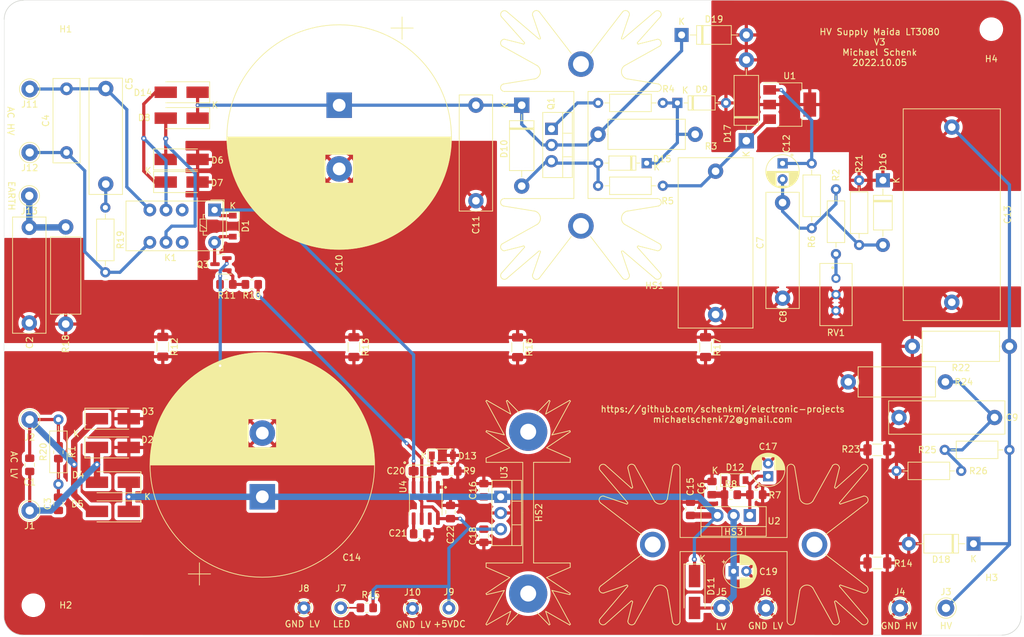
<source format=kicad_pcb>
(kicad_pcb (version 20240108) (generator "pcbnew") (generator_version "8.0")
  (layers (0 "F.Cu" signal) (31 "B.Cu" signal) (34 "B.Paste" user) (35 "F.Paste" user) (36 "B.SilkS" user "B.Silkscreen") (37 "F.SilkS" user "F.Silkscreen") (38 "B.Mask" user) (39 "F.Mask" user) (44 "Edge.Cuts" user))
  (net 0 "")
  (net 1 "Net-(D2-K)")
  (net 2 "GND_HV")
  (net 3 "Net-(D3-K)")
  (net 4 "Net-(C3-Pad2)")
  (net 5 "Net-(J13-Pin_1)")
  (net 6 "GND_LV")
  (net 7 "Net-(J11-Pin_1)")
  (net 8 "Net-(J12-Pin_1)")
  (net 9 "Net-(D11-A)")
  (net 10 "Net-(D17-A1)")
  (net 11 "Net-(D16-A)")
  (net 12 "Net-(D10-A1)")
  (net 13 "Net-(U1-SET)")
  (net 14 "Net-(D11-K)")
  (net 15 "Net-(D12-A)")
  (net 16 "Net-(D13-K)")
  (net 18 "Net-(U4-CV)")
  (net 19 "Net-(D6-K)")
  (net 20 "Net-(C5-Pad1)")
  (net 21 "+5VDC")
  (net 22 "RELCTRL")
  (net 23 "Net-(D14-A)")
  (net 25 "Net-(C9-Pad2)")
  (net 26 "Net-(D15-K)")
  (net 27 "Net-(D10-A2)")
  (net 28 "Net-(J7-Pin_1)")
  (net 29 "Net-(Q1-G)")
  (net 30 "Net-(Q3-B)")
  (net 31 "Net-(U4-Q)")
  (net 33 "/HVOUT")
  (net 34 "Net-(R2-Pad1)")
  (footprint "Capacitor_THT:CP_Radial_D35.0mm_P10.00mm_SnapIn" (layer "F.Cu") (at 102.87 69.342 -90)
    (property "Reference" "C10")
    (property "Value" "680uF/450VDC")
  )
  (footprint "Capacitor_THT:C_Rect_L18.0mm_W5.0mm_P15.00mm_FKS3_FKP3" (layer "F.Cu") (at 124.333 69.342 -90)
    (property "Reference" "C11")
    (property "Value" "100nF/630V")
  )
  (footprint "MountingHole:MountingHole_3.2mm_M3" (layer "F.Cu") (at 54.864 57.404)
    (property "Reference" "H1")
    (property "Value" "MountingHole")
  )
  (footprint "MountingHole:MountingHole_3.2mm_M3" (layer "F.Cu") (at 54.864 147.828)
    (property "Reference" "H2")
    (property "Value" "MountingHole")
  )
  (footprint "MountingHole:MountingHole_3.2mm_M3" (layer "F.Cu") (at 205.232 147.828)
    (property "Reference" "H3")
    (property "Value" "MountingHole")
  )
  (footprint "Connector_Pin:Pin_D1.3mm_L11.0mm" (layer "F.Cu") (at 198.12 148.2725)
    (property "Reference" "J3")
    (property "Value" "HV")
  )
  (footprint "Capacitor_THT:CP_Radial_D5.0mm_P2.00mm" (layer "F.Cu") (at 164.7825 142.494)
    (property "Reference" "C19")
    (property "Value" "1uF/25V")
  )
  (footprint "Capacitor_Tantalum_SMD:CP_EIA-3216-12_Kemet-S_Pad1.58x1.35mm_HandSolder" (layer "F.Cu") (at 115.9867 126.7714)
    (property "Reference" "C20")
    (property "Value" "15uF/10V")
  )
  (footprint "Diode_SMD:D_SOD-123" (layer "F.Cu") (at 119.0752 124.3076)
    (property "Reference" "D13")
    (property "Value" "1N4148W")
  )
  (footprint "Heatsink:Heatsink_Fischer_SK129-STS_42x25mm_2xDrill2.5mm" (layer "F.Cu") (at 164.7825 138.303)
    (property "Reference" "HS3")
    (property "Value" "Heatsink")
  )
  (footprint "Connector_Pin:Pin_D1.3mm_L11.0mm" (layer "F.Cu") (at 162.8775 148.2725)
    (property "Reference" "J5")
    (property "Value" "LV")
  )
  (footprint "Connector_Pin:Pin_D1.3mm_L11.0mm" (layer "F.Cu") (at 169.8498 148.2725)
    (property "Reference" "J6")
    (property "Value" "GND_LV")
  )
  (footprint "Package_TO_SOT_SMD:SOT-23" (layer "F.Cu") (at 84.312 94.2975 180)
    (property "Reference" "Q3")
    (property "Value" "MMBT3904")
  )
  (footprint "Resistor_SMD:R_0805_2012Metric_Pad1.20x1.40mm_HandSolder" (layer "F.Cu") (at 120.4816 126.7714)
    (property "Reference" "R9")
    (property "Value" "1Meg")
  )
  (footprint "Resistor_SMD:R_0805_2012Metric_Pad1.20x1.40mm_HandSolder" (layer "F.Cu") (at 89.154 97.4725)
    (property "Reference" "R10")
    (property "Value" "2.49k")
  )
  (footprint "Resistor_SMD:R_0805_2012Metric_Pad1.20x1.40mm_HandSolder" (layer "F.Cu") (at 85.1695 97.4725 180)
    (property "Reference" "R11")
    (property "Value" "2.49k")
  )
  (footprint "Resistor_SMD:R_1206_3216Metric_Pad1.30x1.75mm_HandSolder" (layer "F.Cu") (at 75.184 107.2636 -90)
    (property "Reference" "R12")
    (property "Value" "0R")
  )
  (footprint "Resistor_SMD:R_1206_3216Metric_Pad1.30x1.75mm_HandSolder" (layer "F.Cu") (at 105.1814 107.3144 -90)
    (property "Reference" "R13")
    (property "Value" "0R")
  )
  (footprint "Resistor_SMD:R_1206_3216Metric_Pad1.30x1.75mm_HandSolder" (layer "F.Cu") (at 187.351 141.192427 180)
    (property "Reference" "R14")
    (property "Value" "0R")
  )
  (footprint "Package_TO_SOT_THT:TO-220-3_Vertical" (layer "F.Cu") (at 128.2192 130.81 -90)
    (property "Reference" "U3")
    (property "Value" "LM7805_TO220")
  )
  (footprint "Package_SO:SOIC-8_3.9x4.9mm_P1.27mm" (layer "F.Cu") (at 116.459 131.764 -90)
    (property "Reference" "U4")
    (property "Value" "TLC555xD")
  )
  (footprint "Resistor_SMD:R_1206_3216Metric_Pad1.30x1.75mm_HandSolder" (layer "F.Cu") (at 130.8735 107.3404 -90)
    (property "Reference" "R16")
    (property "Value" "0R")
  )
  (footprint "Resistor_SMD:R_1206_3216Metric_Pad1.30x1.75mm_HandSolder" (layer "F.Cu") (at 160.3756 107.3156 -90)
    (property "Reference" "R17")
    (property "Value" "0R")
  )
  (footprint "Connector_Pin:Pin_D1.3mm_L11.0mm" (layer "F.Cu") (at 190.881 148.2725)
    (property "Reference" "J4")
    (property "Value" "GND_HV")
  )
  (footprint "Connector_Pin:Pin_D1.0mm_L10.0mm" (layer "F.Cu") (at 103.124 148.2344)
    (property "Reference" "J7")
    (property "Value" "LED")
  )
  (footprint "Connector_Pin:Pin_D1.0mm_L10.0mm" (layer "F.Cu") (at 97.3328 148.2344)
    (property "Reference" "J8")
    (property "Value" "GND_LV")
  )
  (footprint "Connector_Pin:Pin_D1.0mm_L10.0mm" (layer "F.Cu") (at 120.0912 148.2852)
    (property "Reference" "J9")
    (property "Value" "+5V")
  )
  (footprint "Connector_Pin:Pin_D1.0mm_L10.0mm" (layer "F.Cu") (at 114.3762 148.336)
    (property "Reference" "J10")
    (property "Value" "GND_LV")
  )
  (footprint "Resistor_SMD:R_0805_2012Metric_Pad1.20x1.40mm_HandSolder" (layer "F.Cu") (at 107.204 148.2344)
    (property "Reference" "R15")
    (property "Value" "330R")
  )
  (footprint "Capacitor_SMD:C_0805_2012Metric_Pad1.18x1.45mm_HandSolder" (layer "F.Cu") (at 125.5776 129.7725 90)
    (property "Reference" "C16")
    (property "Value" "330nF/50V")
  )
  (footprint "Capacitor_SMD:C_0805_2012Metric_Pad1.18x1.45mm_HandSolder" (layer "F.Cu") (at 125.5776 136.9275 -90)
    (property "Reference" "C18")
    (property "Value" "100nF/50V")
  )
  (footprint "Capacitor_SMD:C_0805_2012Metric_Pad1.18x1.45mm_HandSolder" (layer "F.Cu") (at 115.5915 136.6266)
    (property "Reference" "C21")
    (property "Value" "100nF/50V")
  )
  (footprint "Capacitor_SMD:C_0805_2012Metric_Pad1.18x1.45mm_HandSolder" (layer "F.Cu") (at 120.3452 133.2015 90)
    (property "Reference" "C22")
    (property "Value" "100nF/50V")
  )
  (footprint "MountingHole:MountingHole_3.2mm_M3" (layer "F.Cu") (at 205.232 57.404)
    (property "Reference" "H4")
    (property "Value" "MountingHole")
  )
  (footprint "Capacitor_THT:CP_Radial_D5.0mm_P2.00mm" (layer "F.Cu") (at 170.2054 127.5842 90)
    (property "Reference" "C17")
    (property "Value" "10uF/25V")
  )
  (footprint "Diode_SMD:D_SOD-123" (layer "F.Cu") (at 164.9974 128.1938)
    (property "Reference" "D12")
    (property "Value" "1N4148W")
  )
  (footprint "Diode_SMD:D_SMA_Handsoldering" (layer "F.Cu") (at 158.6484 145.7598 -90)
    (property "Reference" "D11")
    (property "Value" "1N4007")
  )
  (footprint "Package_TO_SOT_THT:TO-220-3_Vertical" (layer "F.Cu") (at 167.3225 133.731 180)
    (property "Reference" "U2")
    (property "Value" "LM317_TO-220")
  )
  (footprint "Resistor_SMD:R_0805_2012Metric_Pad1.20x1.40mm_HandSolder" (layer "F.Cu") (at 164.354 130.4798)
    (property "Reference" "R8")
    (property "Value" "240R")
  )
  (footprint "Resistor_SMD:R_0805_2012Metric_Pad1.20x1.40mm_HandSolder" (layer "F.Cu") (at 168.3352 130.4798)
    (property "Reference" "R7")
    (property "Value" "976R")
  )
  (footprint "Capacitor_SMD:C_0805_2012Metric_Pad1.18x1.45mm_HandSolder" (layer "F.Cu") (at 158.0134 132.6935 90)
    (property "Reference" "C15")
    (property "Value" "100nF/50V")
  )
  (footprint "Package_TO_SOT_THT:TO-220-3_Vertical" (layer "F.Cu") (at 136.1948 73.0504 -90)
    (property "Reference" "Q1")
    (property "Value" "FQPF2N70")
  )
  (footprint "Capacitor_THT:CP_Radial_D35.0mm_P10.00mm_SnapIn" (layer "F.Cu") (at 90.805 130.81 90)
    (property "Reference" "C14")
    (property "Value" "22000uF/25VDC")
  )
  (footprint "Capacitor_SMD:C_0805_2012Metric_Pad1.18x1.45mm_HandSolder" (layer "F.Cu") (at 54.2925 125.7935 90)
    (property "Reference" "C1")
    (property "Value" "Cx/10nF/50V")
  )
  (footprint "Capacitor_THT:C_Rect_L18.0mm_W5.0mm_P15.00mm_FKS3_FKP3" (layer "F.Cu") (at 54.229 88.519 -90)
    (property "Reference" "C2")
    (property "Value" "2.2nF 2kV")
  )
  (footprint "Capacitor_SMD:C_0805_2012Metric_Pad1.18x1.45mm_HandSolder" (layer "F.Cu") (at 58.801 131.911 90)
    (property "Reference" "C3")
    (property "Value" "Cs/50V")
  )
  (footprint "Capacitor_THT:C_Rect_L13.0mm_W4.0mm_P10.00mm_FKS3_FKP3_MKS4" (layer "F.Cu") (at 60.071 76.7715 90)
    (property "Reference" "C4")
    (property "Value" "Cx/10nF/630V")
  )
  (footprint "Capacitor_THT:C_Rect_L18.0mm_W5.0mm_P15.00mm_FKS3_FKP3" (layer "F.Cu") (at 66.2305 81.7245 90)
    (property "Reference" "C5")
    (property "Value" "Cs/630V")
  )
  (footprint "Capacitor_SMD:C_0805_2012Metric_Pad1.18x1.45mm_HandSolder" (layer "F.Cu") (at 161.3916 129.4423 90)
    (property "Reference" "C6")
    (property "Value" "100nF/50V")
  )
  (footprint "Diode_SMD:D_SOD-123" (layer "F.Cu") (at 86.1695 88.3275 -90)
    (property "Reference" "D1")
    (property "Value" "1N4148W")
  )
  (footprint "Diode_SMD:D_SMA_Handsoldering" (layer "F.Cu") (at 67.35 123.063)
    (property "Reference" "D2")
    (property "Value" "BYG22B-E3")
  )
  (footprint "Diode_SMD:D_SMA_Handsoldering" (layer "F.Cu") (at 67.35 118.5545)
    (property "Reference" "D3")
    (property "Value" "BYG22B-E3")
  )
  (footprint "Diode_SMD:D_SMA_Handsoldering" (layer "F.Cu") (at 67.35 128.524 180)
    (property "Reference" "D4")
    (property "Value" "BYG22B-E3")
  )
  (footprint "Diode_SMD:D_SMA_Handsoldering" (layer "F.Cu") (at 67.35 133.096 180)
    (property "Reference" "D5")
    (property "Value" "BYG22B-E3")
  )
  (footprint "Diode_SMD:D_SMA_Handsoldering" (layer "F.Cu") (at 78.145 77.851)
    (property "Reference" "D6")
    (property "Value" "BYG20J")
  )
  (footprint "Diode_SMD:D_SMA_Handsoldering" (layer "F.Cu") (at 78.145 81.407)
    (property "Reference" "D7")
    (property "Value" "BYG20J")
  )
  (footprint "Diode_SMD:D_SMA_Handsoldering" (layer "F.Cu") (at 78.145 71.374 180)
    (property "Reference" "D8")
    (property "Value" "BYG20J")
  )
  (footprint "Diode_SMD:D_SMA_Handsoldering" (layer "F.Cu") (at 78.145 67.31 180)
    (property "Reference" "D14")
    (property "Value" "BYG20J")
  )
  (footprint "Heatsink:Heatsink_Fischer_SK129-STS_42x25mm_2xDrill2.5mm" (layer "F.Cu") (at 140.8176 75.5904 -90)
    (property "Reference" "HS1")
    (property "Value" "Heatsink")
  )
  (footprint "Connector_Pin:Pin_D1.3mm_L11.0mm" (layer "F.Cu") (at 54.2925 132.969)
    (property "Reference" "J1")
    (property "Value" "AC-LV")
  )
  (footprint "Connector_Pin:Pin_D1.3mm_L11.0mm" (layer "F.Cu") (at 54.2925 118.6815)
    (property "Reference" "J2")
    (property "Value" "AC-LV")
  )
  (footprint "Connector_Pin:Pin_D1.3mm_L11.0mm" (layer "F.Cu") (at 54.2925 66.802)
    (property "Reference" "J11")
    (property "Value" "AC-HV")
  )
  (footprint "Connector_Pin:Pin_D1.3mm_L11.0mm" (layer "F.Cu") (at 54.2925 76.7715)
    (property "Reference" "J12")
    (property "Value" "AC-HV")
  )
  (footprint "Connector_Pin:Pin_D1.3mm_L11.0mm" (layer "F.Cu") (at 54.229 83.566)
    (property "Reference" "J13")
    (property "Value" "EARTH")
  )
  (footprint "Relay_THT:Relay_DPDT_Omron_G6S-2" (layer "F.Cu") (at 83.312 85.7885 -90)
    (property "Reference" "K1")
    (property "Value" "G6S-2 DC5")
  )
  (footprint "Resistor_SMD:R_0805_2012Metric_Pad1.20x1.40mm_HandSolder" (layer "F.Cu") (at 58.801 123.809 90)
    (property "Reference" "R1")
    (property "Value" "Rs/1/8W")
  )
  (footprint "Resistor_THT:R_Axial_DIN0414_L11.9mm_D4.5mm_P15.24mm_Horizontal" (layer "F.Cu") (at 59.944 88.4555 -90)
    (property "Reference" "R18")
    (property "Value" "100R/2W")
  )
  (footprint "Resistor_THT:R_Axial_DIN0207_L6.3mm_D2.5mm_P10.16mm_Horizontal" (layer "F.Cu") (at 66.167 85.4075 -90)
    (property "Reference" "R19")
    (property "Value" "Rs/0.6W")
  )
  (footprint "Resistor_THT:R_Axial_DIN0207_L6.3mm_D2.5mm_P10.16mm_Horizontal" (layer "F.Cu") (at 58.801 128.8415 90)
    (property "Reference" "R20")
    (property "Value" "Rs/0.6W")
  )
  (footprint "Resistor_THT:R_Axial_DIN0207_L6.3mm_D2.5mm_P10.16mm_Horizontal" (layer "F.Cu") (at 184.4802 91.2876 90)
    (property "Reference" "R21")
    (property "Value" "1k/0.6W")
  )
  (footprint "Resistor_THT:R_Axial_DIN0414_L11.9mm_D4.5mm_P15.24mm_Horizontal" (layer "F.Cu") (at 208.0768 107.188 180)
    (property "Reference" "R22")
    (property "Value" "100k/2W")
  )
  (footprint "Package_TO_SOT_SMD:SOT-223" (layer "F.Cu") (at 173.584 69.2404)
    (property "Reference" "U1")
    (property "Value" "LT3080xST")
  )
  (footprint "Heatsink:Heatsink_Fischer_SK104-STC-STIC_35x13mm_2xDrill2.5mm" (layer "F.Cu") (at 132.5372 133.2992 90)
    (property "Reference" "HS2")
    (property "Value" "Heatsink")
  )
  (footprint "Diode_THT:D_DO-41_SOD81_P10.16mm_Horizontal" (layer "F.Cu") (at 202.438 138.176 180)
    (property "Reference" "D18")
    (property "Value" "1N4007")
  )
  (footprint "Resistor_THT:R_Axial_DIN0207_L6.3mm_D2.5mm_P10.16mm_Horizontal" (layer "F.Cu") (at 180.848 92.71 90)
    (property "Reference" "R2")
    (property "Value" "0R/180k/0.6W")
  )
  (footprint "Capacitor_THT:CP_Radial_D5.0mm_P2.50mm" (layer "F.Cu") (at 172.466 78.4752 -90)
    (property "Reference" "C12")
    (property "Value" "2.2uF/50V")
  )
  (footprint "Capacitor_THT:C_Rect_L18.0mm_W5.0mm_P15.00mm_FKS3_FKP3" (layer "F.Cu") (at 190.74 118.364)
    (property "Reference" "C9")
    (property "Value" "100nF/630V")
  )
  (footprint "Diode_THT:D_DO-41_SOD81_P10.16mm_Horizontal" (layer "F.Cu") (at 188.214 81.1276 -90)
    (property "Reference" "D16")
    (property "Value" "1N4007")
  )
  (footprint "Capacitor_THT:C_Rect_L33.0mm_W15.0mm_P27.50mm_MKS4" (layer "F.Cu") (at 199.02585 72.7792 -90)
    (property "Reference" "C13")
    (property "Value" "2.2uF/560V")
  )
  (footprint "Resistor_THT:R_Axial_DIN0414_L11.9mm_D4.5mm_P15.24mm_Horizontal" (layer "F.Cu") (at 143.51 73.914)
    (property "Reference" "R3")
    (property "Value" "100k/2W")
  )
  (footprint "Resistor_THT:R_Axial_DIN0207_L6.3mm_D2.5mm_P10.16mm_Horizontal" (layer "F.Cu") (at 143.51 81.9912)
    (property "Reference" "R5")
    (property "Value" "18R/0.6W")
  )
  (footprint "Potentiometer_THT:Potentiometer_Bourns_3296W_Vertical" (layer "F.Cu") (at 180.848 96.52 90)
    (property "Reference" "RV1")
    (property "Value" "50k/500k")
  )
  (footprint "Resistor_THT:R_Axial_DIN0207_L6.3mm_D2.5mm_P10.16mm_Horizontal" (layer "F.Cu") (at 143.51 68.9864)
    (property "Reference" "R4")
    (property "Value" "100R/0.6W")
  )
  (footprint "Capacitor_THT:C_Rect_L18.0mm_W5.0mm_P15.00mm_FKS3_FKP3" (layer "F.Cu") (at 172.466 84.6328 -90)
    (property "Reference" "C8")
    (property "Value" "100nF/630V")
  )
  (footprint "Diode_THT:D_DO-35_SOD27_P7.62mm_Horizontal" (layer "F.Cu") (at 151.13 78.4352 180)
    (property "Reference" "D15")
    (property "Value" "1N5245BTR/15V/0.5W")
  )
  (footprint "Diode_THT:D_DO-15_P12.70mm_Horizontal" (layer "F.Cu") (at 166.7764 74.93 90)
    (property "Reference" "D17")
    (property "Value" "P6KE27A")
  )
  (footprint "Diode_THT:D_DO-35_SOD27_P7.62mm_Horizontal" (layer "F.Cu") (at 155.956 68.9864)
    (property "Reference" "D9")
    (property "Value" "BZX55C8V2/8.2V/0.5W")
  )
  (footprint "Diode_THT:D_DO-41_SOD81_P10.16mm_Horizontal" (layer "F.Cu") (at 156.6164 58.3184)
    (property "Reference" "D19")
    (property "Value" "1N4007")
  )
  (footprint "Resistor_SMD:R_1206_3216Metric_Pad1.30x1.75mm_HandSolder" (layer "F.Cu") (at 187.3504 123.444 180)
    (property "Reference" "R23")
    (property "Value" "0R")
  )
  (footprint "Resistor_THT:R_Axial_DIN0207_L6.3mm_D2.5mm_P10.16mm_Horizontal" (layer "F.Cu") (at 200.5076 126.746 180)
    (property "Reference" "R26")
    (property "Value" "100k/0.6W")
  )
  (footprint "Diode_THT:D_DO-15_P12.70mm_Horizontal" (layer "F.Cu") (at 131.5212 69.342 -90)
    (property "Reference" "D10")
    (property "Value" "P6KE530A")
  )
  (footprint "Resistor_THT:R_Axial_DIN0207_L6.3mm_D2.5mm_P10.16mm_Horizontal" (layer "F.Cu") (at 177.038 88.646 90)
    (property "Reference" "R6")
    (property "Value" "100k/0.6W")
  )
  (footprint "Capacitor_THT:C_Rect_L26.5mm_W11.5mm_P22.50mm_MKS4" (layer "F.Cu") (at 161.9504 79.7052 -90)
    (property "Reference" "C7")
    (property "Value" "1uF/630V")
  )
  (footprint "Resistor_THT:R_Axial_DIN0414_L11.9mm_D4.5mm_P15.24mm_Horizontal" (layer "F.Cu") (at 182.7784 112.776)
    (property "Reference" "R24")
    (property "Value" "100R/2W")
  )
  (footprint "Resistor_THT:R_Axial_DIN0207_L6.3mm_D2.5mm_P10.16mm_Horizontal" (layer "F.Cu") (at 208.0768 123.444 180)
    (property "Reference" "R25")
    (property "Value" "300k/0.6W")
  )
  (gr_line (start 50.2892 55.8828) (end 50.2412 149.5044) (stroke (width 0.05)) (layer "Edge.Cuts"))
  (gr_arc (start 50.2892 55.8828) (mid 51.167872 53.761472) (end 53.2892 52.8828) (stroke (width 0.1)) (layer "Edge.Cuts"))
  (gr_arc (start 209.92068 149.51668) (mid 209.042 151.638) (end 206.92068 152.51668) (stroke (width 0.1)) (layer "Edge.Cuts"))
  (gr_arc (start 206.920674 52.88) (mid 209.042 53.758674) (end 209.920674 55.88) (stroke (width 0.1)) (layer "Edge.Cuts"))
  (gr_arc (start 53.2412 152.5044) (mid 51.119871 151.625729) (end 50.2412 149.5044) (stroke (width 0.1)) (layer "Edge.Cuts"))
  (gr_line (start 206.920674 52.88) (end 53.2892 52.8828) (stroke (width 0.05)) (layer "Edge.Cuts"))
  (gr_line (start 53.2412 152.5044) (end 206.92068 152.51668) (stroke (width 0.05)) (layer "Edge.Cuts"))
  (gr_line (start 209.92068 149.51668) (end 209.920674 55.88) (stroke (width 0.05)) (layer "Edge.Cuts"))
  (gr_text "HV" (at 198.12 151.0665 0) (layer "F.SilkS") (effects (font (size 1 1))))
  (gr_text "LV" (at 162.814 151.1935 0) (layer "F.SilkS") (effects (font (size 1 1))))
  (gr_text "GND LV" (at 114.5032 150.876 0) (layer "F.SilkS") (effects (font (size 1 1))))
  (gr_text "GND LV" (at 97.0788 150.7744 0) (layer "F.SilkS") (effects (font (size 1 1))))
  (gr_text "+5VDC" (at 120.1928 150.7744 0) (layer "F.SilkS") (effects (font (size 1 1))))
  (gr_text "LED" (at 103.251 150.7744 0) (layer "F.SilkS") (effects (font (size 1 1))))
  (gr_text "AC LV" (at 51.816 125.7935 270) (layer "F.SilkS") (effects (font (size 1 1))))
  (gr_text "AC HV" (at 51.308 71.8185 270) (layer "F.SilkS") (effects (font (size 1 1))))
  (gr_text "EARTH" (at 51.435 83.566 -90) (layer "F.SilkS") (effects (font (size 1 1))))
  (gr_text "GND HV" (at 190.754 151.0665 0) (layer "F.SilkS") (effects (font (size 1 1))))
  (gr_text "K" (at 72.898 79.629 0) (layer "F.SilkS") (effects (font (size 1 1))))
  (gr_text "K" (at 61.595 120.904 0) (layer "F.SilkS") (effects (font (size 1 1))))
  (gr_text "K" (at 72.771 130.81 0) (layer "F.SilkS") (effects (font (size 1 1))))
  (gr_text "K" (at 116.1415 124.333 0) (layer "F.SilkS") (effects (font (size 1 1))))
  (gr_text "K" (at 159.893 140.5255 0) (layer "F.SilkS") (effects (font (size 1 1))))
  (gr_text "K" (at 161.8615 126.6825 0) (layer "F.SilkS") (effects (font (size 1 1))))
  (gr_text "GND LV" (at 169.799 151.0665 0) (layer "F.SilkS") (effects (font (size 1 1))))
  (gr_text "K" (at 86.1695 85.1535 0) (layer "F.SilkS") (effects (font (size 1 1))))
  (gr_text "°" (at 113.157 125.857 0) (layer "F.SilkS") (effects (font (size 1 1))))
  (gr_text "K" (at 83.3755 69.342 0) (layer "F.SilkS") (effects (font (size 1 1))))
  (gr_text "°" (at 119.5705 129.7305 0) (layer "F.SilkS") (effects (font (size 1 1))))
  (gr_text "°" (at 180.34 95.25 0) (layer "F.SilkS") (effects (font (size 1 1))))
  (gr_text "HV Supply Maida LT3080\nV3\nMichael Schenk\n2022.10.05\n" (at 187.706 60.2488 0) (layer "F.SilkS") (effects (font (size 1 1))))
  (gr_text "https://github.com/schenkmi/electronic-projects\nmichaelschenk72@gmail.com" (at 163.068 117.856 0) (layer "F.SilkS") (effects (font (size 1 1))))
  (segment (start 64.85 123.063) (end 64.85 125.7465) (width 1) (layer "F.Cu") (net 1))
  (segment (start 54.2925 126.831) (end 54.2925 132.969) (width 0.5) (layer "F.Cu") (net 1))
  (segment (start 64.85 125.7465) (end 64.85 128.524) (width 1) (layer "F.Cu") (net 1))
  (segment (start 54.2925 132.969) (end 58.7805 132.969) (width 0.5) (layer "F.Cu") (net 1))
  (segment (start 58.7805 132.969) (end 58.801 132.9485) (width 0.5) (layer "F.Cu") (net 1))
  (via (at 64.85 125.7465) (size 1) (drill 0.5) (layers "F.Cu" "B.Cu") (net 1))
  (segment (start 54.2925 132.969) (end 57.6275 132.969) (width 1) (layer "B.Cu") (net 1))
  (segment (start 57.6275 132.969) (end 64.85 125.7465) (width 1) (layer "B.Cu") (net 1))
  (segment (start 61.2775 125.73) (end 61.2775 122.127) (width 1) (layer "F.Cu") (net 3))
  (segment (start 58.801 118.6815) (end 54.2925 118.6815) (width 0.5) (layer "F.Cu") (net 3))
  (segment (start 61.2775 130.4925) (end 61.2775 125.73) (width 1) (layer "F.Cu") (net 3))
  (segment (start 64.85 133.096) (end 63.881 133.096) (width 1) (layer "F.Cu") (net 3))
  (segment (start 63.881 133.096) (end 61.2775 130.4925) (width 1) (layer "F.Cu") (net 3))
  (segment (start 61.2775 122.127) (end 64.85 118.5545) (width 1) (layer "F.Cu") (net 3))
  (segment (start 54.2925 124.756) (end 54.2925 118.6815) (width 0.5) (layer "F.Cu") (net 3))
  (segment (start 58.801 122.809) (end 58.801 118.6815) (width 0.5) (layer "F.Cu") (net 3))
  (via (at 61.2775 125.73) (size 1) (drill 0.5) (layers "F.Cu" "B.Cu") (net 3))
  (segment (start 54.2925 118.6815) (end 54.2925 118.745) (width 1) (layer "B.Cu") (net 3))
  (segment (start 54.2925 118.745) (end 61.2775 125.73) (width 1) (layer "B.Cu") (net 3))
  (segment (start 58.801 128.8415) (end 58.801 124.809) (width 0.5) (layer "F.Cu") (net 4))
  (segment (start 58.801 130.8735) (end 58.801 128.8415) (width 0.5) (layer "F.Cu") (net 4))
  (segment (start 59.8805 88.519) (end 59.944 88.4555) (width 1) (layer "B.Cu") (net 5))
  (segment (start 54.229 88.519) (end 59.8805 88.519) (width 1) (layer "B.Cu") (net 5))
  (segment (start 54.229 83.566) (end 54.229 88.519) (width 1) (layer "B.Cu") (net 5))
  (segment (start 84.1695 96.1705) (end 84.201 96.139) (width 0.5) (layer "F.Cu") (net 6))
  (segment (start 85.217 94.234) (end 85.217 93.38) (width 0.5) (layer "F.Cu") (net 6))
  (segment (start 84.1695 97.4725) (end 84.1695 96.1705) (width 0.5) (layer "F.Cu") (net 6))
  (segment (start 85.217 93.38) (end 85.2495 93.3475) (width 0.5) (layer "F.Cu") (net 6))
  (segment (start 84.411999 97.230001) (end 84.1695 97.4725) (width 0.5) (layer "F.Cu") (net 6))
  (via (at 84.201 96.139) (size 0.6) (drill 0.3) (layers "F.Cu" "B.Cu") (net 6))
  (via (at 85.217 94.234) (size 0.6) (drill 0.3) (layers "F.Cu" "B.Cu") (net 6))
  (via (at 84.1756 110.236) (size 0.8) (drill 0.4) (layers "F.Cu" "B.Cu") (net 6))
  (segment (start 84.201 110.2106) (end 84.1756 110.236) (width 0.5) (layer "B.Cu") (net 6))
  (segment (start 84.201 96.139) (end 84.201 110.2106) (width 0.5) (layer "B.Cu") (net 6))
  (segment (start 84.201 96.139) (end 84.201 95.25) (width 0.5) (layer "B.Cu") (net 6))
  (segment (start 84.201 95.25) (end 85.217 94.234) (width 0.5) (layer "B.Cu") (net 6))
  (segment (start 54.2925 66.802) (end 60.0405 66.802) (width 0.5) (layer "B.Cu") (net 7))
  (segment (start 69.5325 70.0265) (end 66.2305 66.7245) (width 0.5) (layer "B.Cu") (net 7))
  (segment (start 60.0405 66.802) (end 60.071 66.7715) (width 0.5) (layer "B.Cu") (net 7))
  (segment (start 73.152 85.7885) (end 69.5325 82.169) (width 0.5) (layer "B.Cu") (net 7))
  (segment (start 60.071 66.7715) (end 66.1835 66.7715) (width 0.5) (layer "B.Cu") (net 7))
  (segment (start 69.5325 82.169) (end 69.5325 70.0265) (width 0.5) (layer "B.Cu") (net 7))
  (segment (start 66.1835 66.7715) (end 66.2305 66.7245) (width 0.5) (layer "B.Cu") (net 7))
  (segment (start 68.453 95.5675) (end 73.152 90.8685) (width 0.5) (layer "B.Cu") (net 8))
  (segment (start 62.9285 79.629) (end 62.9285 92.329) (width 0.5) (layer "B.Cu") (net 8))
  (segment (start 54.2925 76.7715) (end 60.071 76.7715) (width 0.5) (layer "B.Cu") (net 8))
  (segment (start 60.071 76.7715) (end 62.9285 79.629) (width 0.5) (layer "B.Cu") (net 8))
  (segment (start 66.167 95.5675) (end 68.453 95.5675) (width 0.5) (layer "B.Cu") (net 8))
  (segment (start 62.9285 92.329) (end 66.167 95.5675) (width 0.5) (layer "B.Cu") (net 8))
  (segment (start 163.354 128.2004) (end 163.3474 128.1938) (width 0.25) (layer "F.Cu") (net 9))
  (segment (start 162.8775 148.2725) (end 158.6611 148.2725) (width 0.5) (layer "F.Cu") (net 9))
  (segment (start 163.354 130.4798) (end 163.354 132.3025) (width 1) (layer "F.Cu") (net 9))
  (segment (start 163.354 130.4798) (end 163.354 128.2004) (width 0.5) (layer "F.Cu") (net 9))
  (segment (start 163.354 130.4798) (end 161.3916 130.4798) (width 1) (layer "F.Cu") (net 9))
  (segment (start 158.6611 148.2725) (end 158.6484 148.2598) (width 0.5) (layer "F.Cu") (net 9))
  (segment (start 163.354 132.3025) (end 164.7825 133.731) (width 1) (layer "F.Cu") (net 9))
  (segment (start 164.7825 146.3675) (end 162.8775 148.2725) (width 1) (layer "B.Cu") (net 9))
  (segment (start 164.7825 142.494) (end 164.7825 146.3675) (width 1) (layer "B.Cu") (net 9))
  (segment (start 164.7825 133.731) (end 164.7825 142.494) (width 1) (layer "B.Cu") (net 9))
  (segment (start 170.166 71.5404) (end 166.7764 74.93) (width 0.5) (layer "F.Cu") (net 10))
  (segment (start 170.434 71.5404) (end 170.166 71.5404) (width 0.5) (layer "F.Cu") (net 10))
  (segment (start 159.6644 81.9912) (end 161.9504 79.7052) (width 0.5) (layer "B.Cu") (net 10))
  (segment (start 153.67 81.9912) (end 159.6644 81.9912) (width 0.5) (layer "B.Cu") (net 10))
  (segment (start 166.7256 74.93) (end 166.7764 74.93) (width 0.5) (layer "B.Cu") (net 10))
  (segment (start 161.9504 79.7052) (end 166.7256 74.93) (width 0.5) (layer "B.Cu") (net 10))
  (segment (start 179.451 86.2584) (end 179.451 86.233) (width 0.5) (layer "B.Cu") (net 11))
  (segment (start 184.4802 91.2876) (end 179.451 86.2584) (width 0.5) (layer "B.Cu") (net 11))
  (segment (start 177.038 88.646) (end 175.1076 88.646) (width 0.5) (layer "B.Cu") (net 11))
  (segment (start 175.1076 88.646) (end 172.466 86.0044) (width 0.5) (layer "B.Cu") (net 11))
  (segment (start 179.451 86.233) (end 180.848 84.836) (width 0.5) (layer "B.Cu") (net 11))
  (segment (start 177.038 88.646) (end 179.451 86.233) (width 0.5) (layer "B.Cu") (net 11))
  (segment (start 172.466 86.0044) (end 172.466 84.6328) (width 0.5) (layer "B.Cu") (net 11))
  (segment (start 180.848 84.836) (end 180.848 82.55) (width 0.5) (layer "B.Cu") (net 11))
  (segment (start 172.466 80.9752) (end 172.466 84.6328) (width 0.5) (layer "B.Cu") (net 11))
  (segment (start 188.214 91.2876) (end 184.4802 91.2876) (width 0.5) (layer "B.Cu") (net 11))
  (segment (start 80.645 67.31) (end 80.645 71.374) (width 0.5) (layer "F.Cu") (net 12))
  (via (at 80.645 69.342) (size 0.6) (drill 0.3) (layers "F.Cu" "B.Cu") (net 12))
  (segment (start 156.6164 60.8076) (end 156.6164 58.3184) (width 0.5) (layer "B.Cu") (net 12))
  (segment (start 102.87 69.342) (end 80.645 69.342) (width 0.5) (layer "B.Cu") (net 12))
  (segment (start 131.5212 72.3218) (end 131.5212 69.342) (width 0.5) (layer "B.Cu") (net 12))
  (segment (start 102.87 69.342) (end 124.333 69.342) (width 0.5) (layer "B.Cu") (net 12))
  (segment (start 141.8336 75.5904) (end 143.51 73.914) (width 0.5) (layer "B.Cu") (net 12))
  (segment (start 124.333 69.342) (end 131.5212 69.342) (width 0.5) (layer "B.Cu") (net 12))
  (segment (start 134.7898 75.5904) (end 131.5212 72.3218) (width 0.5) (layer "B.Cu") (net 12))
  (segment (start 143.51 73.914) (end 156.6164 60.8076) (width 0.5) (layer "B.Cu") (net 12))
  (segment (start 136.1948 75.5904) (end 141.8336 75.5904) (width 0.5) (layer "B.Cu") (net 12))
  (segment (start 136.1948 75.5904) (end 134.7898 75.5904) (width 0.5) (layer "B.Cu") (net 12))
  (segment (start 172.2628 66.9544) (end 170.448 66.9544) (width 0.5) (layer "F.Cu") (net 13))
  (segment (start 170.448 66.9544) (end 170.434 66.9404) (width 0.5) (layer "F.Cu") (net 13))
  (via (at 172.2628 66.9544) (size 0.6) (drill 0.3) (layers "F.Cu" "B.Cu") (net 13))
  (segment (start 177.038 71.7296) (end 172.2628 66.9544) (width 0.5) (layer "B.Cu") (net 13))
  (segment (start 177.038 78.486) (end 172.4768 78.486) (width 0.5) (layer "B.Cu") (net 13))
  (segment (start 172.4768 78.486) (end 172.466 78.4752) (width 0.5) (layer "B.Cu") (net 13))
  (segment (start 177.038 78.486) (end 177.038 71.7296) (width 0.5) (layer "B.Cu") (net 13))
  (segment (start 158.6484 143.2598) (end 158.6484 140.6398) (width 0.5) (layer "F.Cu") (net 14))
  (segment (start 69.85 133.096) (end 69.85 130.81) (width 1) (layer "F.Cu") (net 14))
  (segment (start 162.2425 133.731) (end 158.0134 133.731) (width 1) (layer "F.Cu") (net 14))
  (segment (start 158.6484 140.6398) (end 158.623 140.6144) (width 0.5) (layer "F.Cu") (net 14))
  (segment (start 69.85 130.81) (end 69.85 128.524) (width 1) (layer "F.Cu") (net 14))
  (segment (start 125.5776 130.81) (end 128.2192 130.81) (width 0.5) (layer "F.Cu") (net 14))
  (via (at 69.85 130.81) (size 1) (drill 0.5) (layers "F.Cu" "B.Cu") (net 14))
  (via (at 158.623 140.6144) (size 0.8) (drill 0.4) (layers "F.Cu" "B.Cu") (net 14))
  (segment (start 130.7084 130.81) (end 90.805 130.81) (width 1) (layer "B.Cu") (net 14))
  (segment (start 130.7084 130.81) (end 159.3215 130.81) (width 1) (layer "B.Cu") (net 14))
  (segment (start 158.623 140.6144) (end 158.623 137.3505) (width 0.5) (layer "B.Cu") (net 14))
  (segment (start 158.623 137.3505) (end 162.2425 133.731) (width 0.5) (layer "B.Cu") (net 14))
  (segment (start 90.805 130.81) (end 69.85 130.81) (width 1) (layer "B.Cu") (net 14))
  (segment (start 159.3215 130.81) (end 162.2425 133.731) (width 1) (layer "B.Cu") (net 14))
  (segment (start 167.3352 130.4798) (end 165.354 130.4798) (width 0.5) (layer "F.Cu") (net 15))
  (segment (start 167.3352 130.4798) (end 167.3352 128.8816) (width 0.5) (layer "F.Cu") (net 15))
  (segment (start 170.2054 127.5842) (end 168.6326 127.5842) (width 0.5) (layer "F.Cu") (net 15))
  (segment (start 167.3225 130.4925) (end 167.3352 130.4798) (width 0.5) (layer "F.Cu") (net 15))
  (segment (start 167.3352 128.8816) (end 166.6474 128.1938) (width 0.5) (layer "F.Cu") (net 15))
  (segment (start 168.6326 127.5842) (end 167.3352 128.8816) (width 0.5) (layer "F.Cu") (net 15))
  (segment (start 167.3225 133.731) (end 167.3225 130.4925) (width 0.5) (layer "F.Cu") (net 15))
  (segment (start 117.094 127.1016) (end 117.4242 126.7714) (width 0.5) (layer "F.Cu") (net 16))
  (segment (start 117.094 129.289) (end 117.094 127.1016) (width 0.5) (layer "F.Cu") (net 16))
  (segment (start 117.4242 124.3086) (end 117.4252 124.3076) (width 0.5) (layer "F.Cu") (net 16))
  (segment (start 119.4816 126.7714) (end 117.4242 126.7714) (width 0.5) (layer "F.Cu") (net 16))
  (segment (start 117.4242 126.7714) (end 117.4242 124.3086) (width 0.5) (layer "F.Cu") (net 16))
  (segment (start 114.554 136.6266) (end 114.554 134.239) (width 0.5) (layer "F.Cu") (net 18))
  (segment (start 75.645 74.596) (end 75.645 71.374) (width 0.5) (layer "F.Cu") (net 19))
  (segment (start 75.645 77.851) (end 75.645 74.596) (width 0.5) (layer "F.Cu") (net 19))
  (via (at 75.645 74.596) (size 0.8) (drill 0.4) (layers "F.Cu" "B.Cu") (net 19))
  (segment (start 75.692 90.8685) (end 75.692 89.2175) (width 0.5) (layer "B.Cu") (net 19))
  (segment (start 75.692 89.2175) (end 76.581 88.3285) (width 0.5) (layer "B.Cu") (net 19))
  (segment (start 80.264 88.3285) (end 80.264 80.040502) (width 0.5) (layer "B.Cu") (net 19))
  (segment (start 80.264 80.040502) (end 75.645 75.421502) (width 0.5) (layer "B.Cu") (net 19))
  (segment (start 75.645 75.421502) (end 75.645 74.596) (width 0.5) (layer "B.Cu") (net 19))
  (segment (start 76.581 88.3285) (end 80.264 88.3285) (width 0.5) (layer "B.Cu") (net 19))
  (segment (start 66.2305 85.344) (end 66.167 85.4075) (width 0.5) (layer "B.Cu") (net 20))
  (segment (start 66.2305 81.7245) (end 66.2305 85.344) (width 0.5) (layer "B.Cu") (net 20))
  (segment (start 108.1913 148.2217) (end 108.204 148.2344) (width 0.5) (layer "F.Cu") (net 21))
  (segment (start 118.364 134.239) (end 118.364 133.264) (width 0.5) (layer "F.Cu") (net 21))
  (segment (start 114.554 130.264) (end 115.824 131.534) (width 0.5) (layer "F.Cu") (net 21))
  (segment (start 108.1913 146.685) (end 108.1913 148.2217) (width 0.5) (layer "F.Cu") (net 21))
  (segment (start 114.5492 126.7714) (end 114.5492 125.1633) (width 0.5) (layer "F.Cu") (net 21))
  (segment (start 114.554 126.7762) (end 114.5492 126.7714) (width 0.5) (layer "F.Cu") (net 21))
  (segment (start 115.824 131.534) (end 115.824 132.3975) (width 0.5) (layer "F.Cu") (net 21))
  (segment (start 128.2192 135.89) (end 125.5776 135.89) (width 0.5) (layer "F.Cu") (net 21))
  (segment (start 115.824 132.3975) (end 115.824 134.239) (width 0.5) (layer "F.Cu") (net 21))
  (segment (start 114.554 129.289) (end 114.554 126.7762) (width 0.5) (layer "F.Cu") (net 21))
  (segment (start 114.5492 125.1633) (end 114.554 125.1585) (width 0.5) (layer "F.Cu") (net 21))
  (segment (start 118.364 133.264) (end 117.4975 132.3975) (width 0.5) (layer "F.Cu") (net 21))
  (segment (start 120.3452 134.239) (end 118.364 134.239) (width 0.5) (layer "F.Cu") (net 21))
  (segment (start 114.554 129.289) (end 114.554 130.264) (width 0.5) (layer "F.Cu") (net 21))
  (segment (start 84.201 86.6775) (end 83.312 85.7885) (width 0.5) (layer "F.Cu") (net 21))
  (segment (start 117.4975 132.3975) (end 115.824 132.3975) (width 0.5) (layer "F.Cu") (net 21))
  (segment (start 86.1695 86.6775) (end 84.201 86.6775) (width 0.5) (layer "F.Cu") (net 21))
  (segment (start 120.3452 134.239) (end 121.8565 134.239) (width 0.5) (layer "F.Cu") (net 21))
  (via (at 114.554 125.1585) (size 0.6) (drill 0.3) (layers "F.Cu" "B.Cu") (net 21))
  (via (at 108.1913 146.685) (size 0.6) (drill 0.3) (layers "F.Cu" "B.Cu") (net 21))
  (via (at 121.8565 134.239) (size 0.6) (drill 0.3) (layers "F.Cu" "B.Cu") (net 21))
  (segment (start 108.1913 145.4531) (end 108.7628 144.8816) (width 0.5) (layer "B.Cu") (net 21))
  (segment (start 114.554 108.5215) (end 114.554 125.1585) (width 0.5) (layer "B.Cu") (net 21))
  (segment (start 123.29795 135.68045) (end 123.5075 135.89) (width 0.5) (layer "B.Cu") (net 21))
  (segment (start 120.0912 144.8816) (end 120.0912 138.8872) (width 0.5) (layer "B.Cu") (net 21))
  (segment (start 120.0912 138.8872) (end 123.29795 135.68045) (width 0.5) (layer "B.Cu") (net 21))
  (segment (start 120.0912 148.2852) (end 120.0912 144.8816) (width 0.5) (layer "B.Cu") (net 21))
  (segment (start 91.821 85.7885) (end 114.554 108.5215) (width 0.5) (layer "B.Cu") (net 21))
  (segment (start 108.1913 146.685) (end 108.1913 145.4531) (width 0.5) (layer "B.Cu") (net 21))
  (segment (start 121.8565 134.239) (end 123.29795 135.68045) (width 0.5) (layer "B.Cu") (net 21))
  (segment (start 123.5075 135.89) (end 128.2192 135.89) (width 0.5) (layer "B.Cu") (net 21))
  (segment (start 83.312 85.7885) (end 91.821 85.7885) (width 0.5) (layer "B.Cu") (net 21))
  (segment (start 108.7628 144.8816) (end 120.0912 144.8816) (width 0.5) (layer "B.Cu") (net 21))
  (segment (start 84.203 89.9775) (end 83.312 90.8685) (width 0.5) (layer "F.Cu") (net 22))
  (segment (start 83.312 94.2975) (end 83.312 90.8685) (width 0.5) (layer "F.Cu") (net 22))
  (segment (start 86.1695 89.9775) (end 84.203 89.9775) (width 0.5) (layer "F.Cu") (net 22))
  (segment (start 74.041 67.31) (end 75.645 67.31) (width 0.5) (layer "F.Cu") (net 23))
  (segment (start 73.914 81.407) (end 72.1995 79.6925) (width 0.5) (layer "F.Cu") (net 23))
  (segment (start 72.1995 74.549) (end 72.1995 69.1515) (width 0.5) (layer "F.Cu") (net 23))
  (segment (start 75.645 81.407) (end 73.914 81.407) (width 0.5) (layer "F.Cu") (net 23))
  (segment (start 72.1995 79.6925) (end 72.1995 74.549) (width 0.5) (layer "F.Cu") (net 23))
  (segment (start 72.1995 69.1515) (end 74.041 67.31) (width 0.5) (layer "F.Cu") (net 23))
  (via (at 72.1995 74.549) (size 0.8) (drill 0.4) (layers "F.Cu" "B.Cu") (net 23))
  (segment (start 75.692 78.0415) (end 72.1995 74.549) (width 0.5) (layer "B.Cu") (net 23))
  (segment (start 75.692 85.7885) (end 75.692 78.0415) (width 0.5) (layer "B.Cu") (net 23))
  (segment (start 200.5076 126.746) (end 200.5076 126.0348) (width 0.5) (layer "B.Cu") (net 25))
  (segment (start 200.152 112.776) (end 205.74 118.364) (width 0.5) (layer "B.Cu") (net 25))
  (segment (start 200.66 123.444) (end 205.74 118.364) (width 0.5) (layer "B.Cu") (net 25))
  (segment (start 197.9168 123.444) (end 200.66 123.444) (width 0.5) (layer "B.Cu") (net 25))
  (segment (start 198.0184 112.776) (end 200.152 112.776) (width 0.5) (layer "B.Cu") (net 25))
  (segment (start 200.5076 126.0348) (end 197.9168 123.444) (width 0.5) (layer "B.Cu") (net 25))
  (segment (start 153.67 68.9864) (end 155.956 68.9864) (width 0.5) (layer "B.Cu") (net 26))
  (segment (start 155.956 73.914) (end 155.956 75.2348) (width 0.5) (layer "B.Cu") (net 26))
  (segment (start 152.7556 78.4352) (end 151.13 78.4352) (width 0.5) (layer "B.Cu") (net 26))
  (segment (start 155.956 75.2348) (end 152.7556 78.4352) (width 0.5) (layer "B.Cu") (net 26))
  (segment (start 155.956 68.9864) (end 155.956 73.914) (width 0.5) (layer "B.Cu") (net 26))
  (segment (start 158.75 73.914) (end 155.956 73.914) (width 0.5) (layer "B.Cu") (net 26))
  (segment (start 135.4328 78.1304) (end 131.5212 82.042) (width 0.5) (layer "B.Cu") (net 27))
  (segment (start 136.1948 78.1304) (end 135.4328 78.1304) (width 0.5) (layer "B.Cu") (net 27))
  (segment (start 143.51 78.4352) (end 136.4996 78.4352) (width 0.5) (layer "B.Cu") (net 27))
  (segment (start 136.4996 78.4352) (end 136.1948 78.1304) (width 0.5) (layer "B.Cu") (net 27))
  (segment (start 143.51 81.9912) (end 143.51 78.4352) (width 0.5) (layer "B.Cu") (net 27))
  (segment (start 106.204 148.2344) (end 103.124 148.2344) (width 0.25) (layer "F.Cu") (net 28))
  (segment (start 143.51 68.9864) (end 140.2588 68.9864) (width 0.5) (layer "B.Cu") (net 29))
  (segment (start 140.2588 68.9864) (end 136.1948 73.0504) (width 0.5) (layer "B.Cu") (net 29))
  (segment (start 86.1695 96.1675) (end 85.2495 95.2475) (width 0.5) (layer "F.Cu") (net 30))
  (segment (start 88.154 97.4725) (end 86.1695 97.4725) (width 0.5) (layer "F.Cu") (net 30))
  (segment (start 86.1695 97.4725) (end 86.1695 96.1675) (width 0.5) (layer "F.Cu") (net 30))
  (segment (start 113.4745 122.428) (end 115.824 124.7775) (width 0.5) (layer "F.Cu") (net 31))
  (segment (start 90.154 97.4725) (end 90.154 99.1075) (width 0.5) (layer "F.Cu") (net 31))
  (segment (start 115.824 124.7775) (end 115.824 129.289) (width 0.5) (layer "F.Cu") (net 31))
  (segment (start 90.154 99.1075) (end 90.17 99.1235) (width 0.5) (layer "F.Cu") (net 31))
  (via (at 90.17 99.1235) (size 0.6) (drill 0.3) (layers "F.Cu" "B.Cu") (net 31))
  (via (at 113.4745 122.428) (size 0.6) (drill 0.3) (layers "F.Cu" "B.Cu") (net 31))
  (segment (start 90.17 99.1235) (end 113.4745 122.428) (width 0.5) (layer "B.Cu") (net 31))
  (segment (start 207.9244 138.176) (end 208.0768 138.0236) (width 0.5) (layer "B.Cu") (net 33))
  (segment (start 208.0768 138.0236) (end 208.0768 81.83015) (width 0.5) (layer "B.Cu") (net 33))
  (segment (start 208.0768 81.83015) (end 199.02585 72.7792) (width 0.5) (layer "B.Cu") (net 33))
  (segment (start 198.12 148.2725) (end 208.0768 138.3157) (width 0.5) (layer "B.Cu") (net 33))
  (segment (start 202.438 138.176) (end 207.9244 138.176) (width 0.5) (layer "B.Cu") (net 33))
  (segment (start 208.0768 138.3157) (end 208.0768 138.0236) (width 0.5) (layer "B.Cu") (net 33))
  (segment (start 180.848 92.71) (end 180.848 96.52) (width 0.5) (layer "B.Cu") (net 34))
  (zone (net 6) (net_name "GND_LV") (layer "F.Cu") (connect_pads (clearance 0.508)) (min_thickness 0.254) (fill yes (thermal_gap 0.508) (thermal_bridge_width 0.508))
    (polygon (pts (xy 186.69 152.527) (xy 50.292 152.527) (xy 50.292 107.95) (xy 186.69 107.95)))
  )
  (zone (net 33) (net_name "/HVOUT") (layer "F.Cu") (connect_pads (clearance 0.508)) (min_thickness 0.254) (fill yes (thermal_gap 0.508) (thermal_bridge_width 0.508))
    (polygon (pts (xy 210.058 82.804) (xy 186.436 82.804) (xy 182.88 82.804) (xy 182.88 76.708) (xy 166.37 76.708) (xy 161.29 76.708) (xy 161.29 52.832) (xy 210.058 52.832)))
  )
  (zone (net 2) (net_name "GND_HV") (layer "F.Cu") (connect_pads (clearance 0.508)) (min_thickness 0.254) (fill yes (thermal_gap 0.508) (thermal_bridge_width 0.508))
    (polygon (pts (xy 127.635 97.79) (xy 210.058 97.79) (xy 210.058 104.1908) (xy 194.31 104.1908) (xy 194.31 152.527) (xy 187.96 152.527) (xy 187.96 106.68) (xy 50.292 106.68) (xy 50.292 90.17) (xy 62.865 90.17) (xy 62.865 96.774) (xy 80.645 96.774) (xy 80.645 83.82) (xy 78.74 83.82) (xy 78.74 74.93) (xy 127.635 74.93)))
  )
)
</source>
